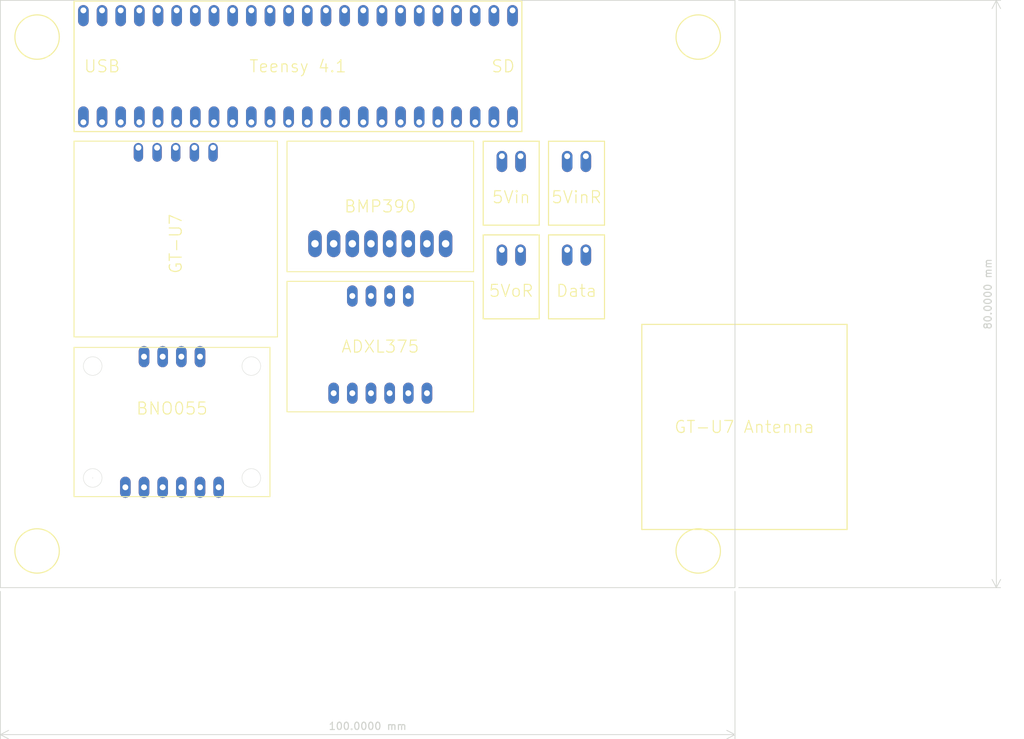
<source format=kicad_pcb>
(kicad_pcb (version 20221018) (generator pcbnew)
  (layers (0 "F.Cu" signal) (31 "B.Cu" signal) (34 "B.Paste" user) (35 "F.Paste" user) (36 "B.SilkS" user "B.Silkscreen") (37 "F.SilkS" user "F.Silkscreen") (38 "B.Mask" user) (39 "F.Mask" user) (44 "Edge.Cuts" user))
  (net 0 "")
  (footprint "Footprint.Shart:GT-U7_ANTENNA" (layer "F.Cu") (at 147.32 132.08)
    (fp_text reference "U$6" hide)
    (fp_text value "CUSTOM_GT-U7_ANTENNA" hide)
    (fp_text user "GT-U7 Antenna" (at 13.97 -13.97) (layer "F.SilkS") (effects (font (size 1.63576 1.63576) (thickness 0.14224))))
    (fp_line (start 0 -27.94) (end 27.94 -27.94) (stroke (width 0.1524)) (layer "F.SilkS"))
    (fp_line (start 0 0) (end 0 -27.94) (stroke (width 0.1524)) (layer "F.SilkS"))
    (fp_line (start 27.94 -27.94) (end 27.94 0) (stroke (width 0.1524)) (layer "F.SilkS"))
    (fp_line (start 27.94 0) (end 0 0) (stroke (width 0.1524)) (layer "F.SilkS"))
  )
  (footprint "Footprint.Shart:BMP390" (layer "F.Cu") (at 99.02 96.9591)
    (fp_text reference "U$2" hide)
    (fp_text value "BMP390" hide)
    (fp_text user "BMP390" (at 12.7 -8.89) (layer "F.SilkS") (effects (font (size 1.63576 1.63576) (thickness 0.14224))))
    (fp_line (start 0 -17.78) (end 0 0) (stroke (width 0.127)) (layer "F.SilkS"))
    (fp_line (start 0 0) (end 25.4 0) (stroke (width 0.127)) (layer "F.SilkS"))
    (fp_line (start 25.4 -17.78) (end 0 -17.78) (stroke (width 0.127)) (layer "F.SilkS"))
    (fp_line (start 25.4 0) (end 25.4 -17.78) (stroke (width 0.127)) (layer "F.SilkS"))
    (pad "" np_thru_hole circle (at 2.54 -15.24) (size 2.54 2.54) (drill 2.54) (layers "F&B.Cu" "*.Mask"))
    (pad "" np_thru_hole circle (at 22.86 -15.24) (size 2.54 2.54) (drill 2.54) (layers "F&B.Cu" "*.Mask"))
    (pad "3V0" thru_hole oval (at 6.35 -3.81 90) (size 3.6576 1.8288) (drill 1.016) (layers "*.Cu" "*.Mask"))
    (pad "CS" thru_hole oval (at 19.05 -3.81 90) (size 3.6576 1.8288) (drill 1.016) (layers "*.Cu" "*.Mask"))
    (pad "GND" thru_hole oval (at 8.89 -3.81 90) (size 3.6576 1.8288) (drill 1.016) (layers "*.Cu" "*.Mask"))
    (pad "INT" thru_hole oval (at 21.59 -3.81 90) (size 3.6576 1.8288) (drill 1.016) (layers "*.Cu" "*.Mask"))
    (pad "SCL" thru_hole oval (at 11.43 -3.81 90) (size 3.6576 1.8288) (drill 1.016) (layers "*.Cu" "*.Mask"))
    (pad "SDA" thru_hole oval (at 16.51 -3.81 90) (size 3.6576 1.8288) (drill 1.016) (layers "*.Cu" "*.Mask"))
    (pad "SDC" thru_hole oval (at 13.97 -3.81 90) (size 3.6576 1.8288) (drill 1.016) (layers "*.Cu" "*.Mask"))
    (pad "VIN" thru_hole oval (at 3.81 -3.81 90) (size 3.6576 1.8288) (drill 1.016) (layers "*.Cu" "*.Mask"))
  )
  (footprint "Footprint.Shart:CUSTOM_RADIO_INTERFACE" (layer "F.Cu") (at 125.73 103.378)
    (fp_text reference "U$5" hide)
    (fp_text value "CUSTOM_RADIO_INTERFACE" hide)
    (fp_text user "Data" (at 12.7 -3.81) (layer "F.SilkS") (effects (font (size 1.63576 1.63576) (thickness 0.14224))))
    (fp_text user "5VoR" (at 3.81 -3.81) (layer "F.SilkS") (effects (font (size 1.63576 1.63576) (thickness 0.14224))))
    (fp_line (start 0 -11.43) (end 0 0) (stroke (width 0.1524)) (layer "F.SilkS"))
    (fp_line (start 0 0) (end 7.62 0) (stroke (width 0.1524)) (layer "F.SilkS"))
    (fp_line (start 7.62 -11.43) (end 0 -11.43) (stroke (width 0.1524)) (layer "F.SilkS"))
    (fp_line (start 7.62 0) (end 7.62 -11.43) (stroke (width 0.1524)) (layer "F.SilkS"))
    (fp_line (start 8.89 -11.43) (end 8.89 0) (stroke (width 0.1524)) (layer "F.SilkS"))
    (fp_line (start 8.89 0) (end 16.51 0) (stroke (width 0.1524)) (layer "F.SilkS"))
    (fp_line (start 16.51 -11.43) (end 8.89 -11.43) (stroke (width 0.1524)) (layer "F.SilkS"))
    (fp_line (start 16.51 0) (end 16.51 -11.43) (stroke (width 0.1524)) (layer "F.SilkS"))
    (pad "5V" thru_hole oval (at 5.08 -9.398 270) (size 2.88 1.44) (drill 0.8 (offset 0.72 0)) (layers "*.Cu" "*.Mask"))
    (pad "GND" thru_hole oval (at 2.54 -9.398 270) (size 2.88 1.44) (drill 0.8 (offset 0.72 0)) (layers "*.Cu" "*.Mask"))
    (pad "RX" thru_hole oval (at 13.97 -9.398 270) (size 2.88 1.44) (drill 0.8 (offset 0.72 0)) (layers "*.Cu" "*.Mask"))
    (pad "TX" thru_hole oval (at 11.43 -9.398 270) (size 2.88 1.44) (drill 0.8 (offset 0.72 0)) (layers "*.Cu" "*.Mask"))
  )
  (footprint "Footprint.Shart:CUSTOM_TEENSY4.1" (layer "F.Cu") (at 70.03 77.8718)
    (fp_text reference "U$1" hide)
    (fp_text value "CUSTOM_TEENSY4.1" hide)
    (fp_text user "USB" (at 3.81 -8.89) (layer "F.SilkS") (effects (font (size 1.63576 1.63576) (thickness 0.14224))))
    (fp_text user "Teensy 4.1" (at 30.48 -8.89) (layer "F.SilkS") (effects (font (size 1.63576 1.63576) (thickness 0.14224))))
    (fp_text user "SD" (at 58.42 -8.89) (layer "F.SilkS") (effects (font (size 1.63576 1.63576) (thickness 0.14224))))
    (fp_line (start 0 -17.78) (end 0 0) (stroke (width 0.1524)) (layer "F.SilkS"))
    (fp_line (start 0 0) (end 60.96 0) (stroke (width 0.1524)) (layer "F.SilkS"))
    (fp_line (start 60.96 -17.78) (end 0 -17.78) (stroke (width 0.1524)) (layer "F.SilkS"))
    (fp_line (start 60.96 0) (end 60.96 -17.78) (stroke (width 0.1524)) (layer "F.SilkS"))
    (pad "0" thru_hole oval (at 3.81 -1.27 90) (size 2.88 1.44) (drill 0.8 (offset 0.72 0)) (layers "*.Cu" "*.Mask"))
    (pad "1" thru_hole oval (at 6.35 -1.27 90) (size 2.88 1.44) (drill 0.8 (offset 0.72 0)) (layers "*.Cu" "*.Mask"))
    (pad "2" thru_hole oval (at 8.89 -1.27 90) (size 2.88 1.44) (drill 0.8 (offset 0.72 0)) (layers "*.Cu" "*.Mask"))
    (pad "3" thru_hole oval (at 11.43 -1.27 90) (size 2.88 1.44) (drill 0.8 (offset 0.72 0)) (layers "*.Cu" "*.Mask"))
    (pad "3VA" thru_hole oval (at 36.83 -1.27 90) (size 2.88 1.44) (drill 0.8 (offset 0.72 0)) (layers "*.Cu" "*.Mask"))
    (pad "3VB" thru_hole oval (at 6.35 -16.51 270) (size 2.88 1.44) (drill 0.8 (offset 0.72 0)) (layers "*.Cu" "*.Mask"))
    (pad "4" thru_hole oval (at 13.97 -1.27 90) (size 2.88 1.44) (drill 0.8 (offset 0.72 0)) (layers "*.Cu" "*.Mask"))
    (pad "5" thru_hole oval (at 16.51 -1.27 90) (size 2.88 1.44) (drill 0.8 (offset 0.72 0)) (layers "*.Cu" "*.Mask"))
    (pad "5VA" thru_hole oval (at 1.27 -16.51 270) (size 2.88 1.44) (drill 0.8 (offset 0.72 0)) (layers "*.Cu" "*.Mask"))
    (pad "6" thru_hole oval (at 19.05 -1.27 90) (size 2.88 1.44) (drill 0.8 (offset 0.72 0)) (layers "*.Cu" "*.Mask"))
    (pad "7" thru_hole oval (at 21.59 -1.27 90) (size 2.88 1.44) (drill 0.8 (offset 0.72 0)) (layers "*.Cu" "*.Mask"))
    (pad "8" thru_hole oval (at 24.13 -1.27 90) (size 2.88 1.44) (drill 0.8 (offset 0.72 0)) (layers "*.Cu" "*.Mask"))
    (pad "9" thru_hole oval (at 26.67 -1.27 90) (size 2.88 1.44) (drill 0.8 (offset 0.72 0)) (layers "*.Cu" "*.Mask"))
    (pad "10" thru_hole oval (at 29.21 -1.27 90) (size 2.88 1.44) (drill 0.8 (offset 0.72 0)) (layers "*.Cu" "*.Mask"))
    (pad "11" thru_hole oval (at 31.75 -1.27 90) (size 2.88 1.44) (drill 0.8 (offset 0.72 0)) (layers "*.Cu" "*.Mask"))
    (pad "12" thru_hole oval (at 34.29 -1.27 90) (size 2.88 1.44) (drill 0.8 (offset 0.72 0)) (layers "*.Cu" "*.Mask"))
    (pad "13" thru_hole oval (at 34.29 -16.51 270) (size 2.88 1.44) (drill 0.8 (offset 0.72 0)) (layers "*.Cu" "*.Mask"))
    (pad "14" thru_hole oval (at 31.75 -16.51 270) (size 2.88 1.44) (drill 0.8 (offset 0.72 0)) (layers "*.Cu" "*.Mask"))
    (pad "15" thru_hole oval (at 29.21 -16.51 270) (size 2.88 1.44) (drill 0.8 (offset 0.72 0)) (layers "*.Cu" "*.Mask"))
    (pad "16" thru_hole oval (at 26.67 -16.51 270) (size 2.88 1.44) (drill 0.8 (offset 0.72 0)) (layers "*.Cu" "*.Mask"))
    (pad "17" thru_hole oval (at 24.13 -16.51 270) (size 2.88 1.44) (drill 0.8 (offset 0.72 0)) (layers "*.Cu" "*.Mask"))
    (pad "18" thru_hole oval (at 21.59 -16.51 270) (size 2.88 1.44) (drill 0.8 (offset 0.72 0)) (layers "*.Cu" "*.Mask"))
    (pad "19" thru_hole oval (at 19.05 -16.51 270) (size 2.88 1.44) (drill 0.8 (offset 0.72 0)) (layers "*.Cu" "*.Mask"))
    (pad "20" thru_hole oval (at 16.51 -16.51 270) (size 2.88 1.44) (drill 0.8 (offset 0.72 0)) (layers "*.Cu" "*.Mask"))
    (pad "21" thru_hole oval (at 13.97 -16.51 270) (size 2.88 1.44) (drill 0.8 (offset 0.72 0)) (layers "*.Cu" "*.Mask"))
    (pad "22" thru_hole oval (at 11.43 -16.51 270) (size 2.88 1.44) (drill 0.8 (offset 0.72 0)) (layers "*.Cu" "*.Mask"))
    (pad "23" thru_hole oval (at 8.89 -16.51 270) (size 2.88 1.44) (drill 0.8 (offset 0.72 0)) (layers "*.Cu" "*.Mask"))
    (pad "24" thru_hole oval (at 39.37 -1.27 90) (size 2.88 1.44) (drill 0.8 (offset 0.72 0)) (layers "*.Cu" "*.Mask"))
    (pad "25" thru_hole oval (at 41.91 -1.27 90) (size 2.88 1.44) (drill 0.8 (offset 0.72 0)) (layers "*.Cu" "*.Mask"))
    (pad "26" thru_hole oval (at 44.45 -1.27 90) (size 2.88 1.44) (drill 0.8 (offset 0.72 0)) (layers "*.Cu" "*.Mask"))
    (pad "27" thru_hole oval (at 46.99 -1.27 90) (size 2.88 1.44) (drill 0.8 (offset 0.72 0)) (layers "*.Cu" "*.Mask"))
    (pad "28" thru_hole oval (at 49.53 -1.27 90) (size 2.88 1.44) (drill 0.8 (offset 0.72 0)) (layers "*.Cu" "*.Mask"))
    (pad "29" thru_hole oval (at 52.07 -1.27 90) (size 2.88 1.44) (drill 0.8 (offset 0.72 0)) (layers "*.Cu" "*.Mask"))
    (pad "30" thru_hole oval (at 54.61 -1.27 90) (size 2.88 1.44) (drill 0.8 (offset 0.72 0)) (layers "*.Cu" "*.Mask"))
    (pad "31" thru_hole oval (at 57.15 -1.27 90) (size 2.88 1.44) (drill 0.8 (offset 0.72 0)) (layers "*.Cu" "*.Mask"))
    (pad "32" thru_hole oval (at 59.69 -1.27 90) (size 2.88 1.44) (drill 0.8 (offset 0.72 0)) (layers "*.Cu" "*.Mask"))
    (pad "33" thru_hole oval (at 59.69 -16.51 270) (size 2.88 1.44) (drill 0.8 (offset 0.72 0)) (layers "*.Cu" "*.Mask"))
    (pad "34" thru_hole oval (at 57.15 -16.51 270) (size 2.88 1.44) (drill 0.8 (offset 0.72 0)) (layers "*.Cu" "*.Mask"))
    (pad "35" thru_hole oval (at 54.61 -16.51 270) (size 2.88 1.44) (drill 0.8 (offset 0.72 0)) (layers "*.Cu" "*.Mask"))
    (pad "36" thru_hole oval (at 52.07 -16.51 270) (size 2.88 1.44) (drill 0.8 (offset 0.72 0)) (layers "*.Cu" "*.Mask"))
    (pad "37" thru_hole oval (at 49.53 -16.51 270) (size 2.88 1.44) (drill 0.8 (offset 0.72 0)) (layers "*.Cu" "*.Mask"))
    (pad "38" thru_hole oval (at 46.99 -16.51 270) (size 2.88 1.44) (drill 0.8 (offset 0.72 0)) (layers "*.Cu" "*.Mask"))
    (pad "39" thru_hole oval (at 44.45 -16.51 270) (size 2.88 1.44) (drill 0.8 (offset 0.72 0)) (layers "*.Cu" "*.Mask"))
    (pad "40" thru_hole oval (at 41.91 -16.51 270) (size 2.88 1.44) (drill 0.8 (offset 0.72 0)) (layers "*.Cu" "*.Mask"))
    (pad "41" thru_hole oval (at 39.37 -16.51 270) (size 2.88 1.44) (drill 0.8 (offset 0.72 0)) (layers "*.Cu" "*.Mask"))
    (pad "GNDA" thru_hole oval (at 1.27 -1.27 90) (size 2.88 1.44) (drill 0.8 (offset 0.72 0)) (layers "*.Cu" "*.Mask"))
    (pad "GNDB" thru_hole oval (at 3.81 -16.51 270) (size 2.88 1.44) (drill 0.8 (offset 0.72 0)) (layers "*.Cu" "*.Mask"))
    (pad "GNDC" thru_hole oval (at 36.83 -16.51 270) (size 2.88 1.44) (drill 0.8 (offset 0.72 0)) (layers "*.Cu" "*.Mask"))
  )
  (footprint "" (layer "F.Cu") (at 155 65)
    (fp_text reference "@HOLE1" hide)
    (fp_text value "" (at 0 0) (layer "F.SilkS") (effects (font (size 1.27 1.27))))
    (pad "" np_thru_hole circle (at 0 0) (size 3.81 3.81) (drill 3.81) (layers "F&B.Cu" "*.Mask"))
  )
  (footprint "Footprint.Shart:GT-U7" (layer "F.Cu") (at 70.03 105.8491)
    (fp_text reference "U$6" hide)
    (fp_text value "GT-U7" hide)
    (fp_text user "GT-U7" (at 13.843 -12.7 -90) (layer "F.SilkS") (effects (font (size 1.63576 1.63576) (thickness 0.14224))))
    (fp_line (start 0 -26.67) (end 27.686 -26.67) (stroke (width 0.127)) (layer "F.SilkS"))
    (fp_line (start 0 0) (end 0 -26.67) (stroke (width 0.127)) (layer "F.SilkS"))
    (fp_line (start 27.686 -26.67) (end 27.686 0) (stroke (width 0.127)) (layer "F.SilkS"))
    (fp_line (start 27.686 0) (end 0 0) (stroke (width 0.127)) (layer "F.SilkS"))
    (pad "" np_thru_hole circle (at 3.81 -3.81) (size 3.81 3.81) (drill 3.81) (layers "*.Cu" "*.Mask"))
    (pad "GND" thru_hole oval (at 11.303 -25.781 270) (size 2.54 1.27) (drill 0.8 (offset 0.635 0)) (layers "*.Cu" "*.Mask"))
    (pad "RX" thru_hole oval (at 13.843 -25.781 270) (size 2.54 1.27) (drill 0.8 (offset 0.635 0)) (layers "*.Cu" "*.Mask"))
    (pad "TX" thru_hole oval (at 16.383 -25.781 270) (size 2.54 1.27) (drill 0.8 (offset 0.635 0)) (layers "*.Cu" "*.Mask"))
    (pad "U" thru_hole oval (at 18.923 -25.781 270) (size 2.54 1.27) (drill 0.8 (offset 0.635 0)) (layers "*.Cu" "*.Mask"))
    (pad "VCC" thru_hole oval (at 8.763 -25.781 270) (size 2.54 1.27) (drill 0.8 (offset 0.635 0)) (layers "*.Cu" "*.Mask"))
  )
  (footprint "" (layer "F.Cu") (at 155 135)
    (fp_text reference "@HOLE1" hide)
    (fp_text value "" (at 0 0) (layer "F.SilkS") (effects (font (size 1.27 1.27))))
    (pad "" np_thru_hole circle (at 0 0) (size 3.81 3.81) (drill 3.81) (layers "F&B.Cu" "*.Mask"))
  )
  (footprint "Footprint.Shart:BNO055" (layer "F.Cu") (at 70.03 127.5956)
    (fp_text reference "U$3" hide)
    (fp_text value "BNO055" hide)
    (fp_text user "BNO055" (at 13.335 -12) (layer "F.SilkS") (effects (font (size 1.63576 1.63576) (thickness 0.14224))))
    (fp_line (start 0 -20.32) (end 0 0) (stroke (width 0.127)) (layer "F.SilkS"))
    (fp_line (start 0 0) (end 26.67 0) (stroke (width 0.127)) (layer "F.SilkS"))
    (fp_line (start 26.67 -20.32) (end 0 -20.32) (stroke (width 0.127)) (layer "F.SilkS"))
    (fp_line (start 26.67 0) (end 26.67 -20.32) (stroke (width 0.127)) (layer "F.SilkS"))
    (fp_circle (center 2.54 -17.78) (end 3.81 -17.78) (stroke (width 0.05)) (fill none) (layer "Edge.Cuts"))
    (fp_circle (center 2.54 -2.54) (end 2.540001 -2.54) (stroke (width 0.05)) (fill none) (layer "Edge.Cuts"))
    (fp_circle (center 2.54 -2.54) (end 3.81 -2.54) (stroke (width 0.05)) (fill none) (layer "Edge.Cuts"))
    (fp_circle (center 24.13 -17.78) (end 25.4 -17.78) (stroke (width 0.05)) (fill none) (layer "Edge.Cuts"))
    (fp_circle (center 24.13 -2.54) (end 25.4 -2.54) (stroke (width 0.05)) (fill none) (layer "Edge.Cuts"))
    (pad "3VO" thru_hole oval (at 9.525 -1.27 270) (size 2.88 1.44) (drill 0.8) (layers "*.Cu" "*.Mask"))
    (pad "ADR" thru_hole oval (at 17.145 -19.06 90) (size 2.88 1.44) (drill 0.8) (layers "*.Cu" "*.Mask"))
    (pad "GND" thru_hole oval (at 12.065 -1.27 90) (size 2.88 1.44) (drill 0.8) (layers "*.Cu" "*.Mask"))
    (pad "INT" thru_hole oval (at 14.605 -19.06 90) (size 2.88 1.44) (drill 0.8) (layers "*.Cu" "*.Mask"))
    (pad "PS0" thru_hole oval (at 9.525 -19.06 90) (size 2.88 1.44) (drill 0.8) (layers "*.Cu" "*.Mask"))
    (pad "PS1" thru_hole oval (at 12.065 -19.06 90) (size 2.88 1.44) (drill 0.8) (layers "*.Cu" "*.Mask"))
    (pad "RST" thru_hole oval (at 19.685 -1.27 90) (size 2.88 1.44) (drill 0.8) (layers "*.Cu" "*.Mask"))
    (pad "SCL" thru_hole oval (at 17.145 -1.27 90) (size 2.88 1.44) (drill 0.8) (layers "*.Cu" "*.Mask"))
    (pad "SDA" thru_hole oval (at 14.605 -1.27 90) (size 2.88 1.44) (drill 0.8) (layers "*.Cu" "*.Mask"))
    (pad "VIN" thru_hole oval (at 6.985 -1.27 90) (size 2.88 1.44) (drill 0.8) (layers "*.Cu" "*.Mask"))
  )
  (footprint "" (layer "F.Cu") (at 65 135)
    (fp_text reference "@HOLE1" hide)
    (fp_text value "" (at 0 0) (layer "F.SilkS") (effects (font (size 1.27 1.27))))
    (pad "" np_thru_hole circle (at 0 0) (size 3.81 3.81) (drill 3.81) (layers "F&B.Cu" "*.Mask"))
  )
  (footprint "" (layer "F.Cu") (at 65 65)
    (fp_text reference "@HOLE1" hide)
    (fp_text value "" (at 0 0) (layer "F.SilkS") (effects (font (size 1.27 1.27))))
    (pad "" np_thru_hole circle (at 0 0) (size 3.81 3.81) (drill 3.81) (layers "F&B.Cu" "*.Mask"))
  )
  (footprint "Footprint.Shart:CUSTOM_POWER_INPUT" (layer "F.Cu") (at 125.73 90.6218)
    (fp_text reference "U$4" hide)
    (fp_text value "CUSTOM_POWER_INPUT" hide)
    (fp_text user "5Vin" (at 3.81 -3.81) (layer "F.SilkS") (effects (font (size 1.63576 1.63576) (thickness 0.14224))))
    (fp_text user "5VinR" (at 12.7 -3.81) (layer "F.SilkS") (effects (font (size 1.63576 1.63576) (thickness 0.14224))))
    (fp_line (start 0 -11.43) (end 0 0) (stroke (width 0.1524)) (layer "F.SilkS"))
    (fp_line (start 0 0) (end 7.62 0) (stroke (width 0.1524)) (layer "F.SilkS"))
    (fp_line (start 7.62 -11.43) (end 0 -11.43) (stroke (width 0.1524)) (layer "F.SilkS"))
    (fp_line (start 7.62 0) (end 7.62 -11.43) (stroke (width 0.1524)) (layer "F.SilkS"))
    (fp_line (start 8.89 -11.43) (end 8.89 0) (stroke (width 0.1524)) (layer "F.SilkS"))
    (fp_line (start 8.89 0) (end 16.51 0) (stroke (width 0.1524)) (layer "F.SilkS"))
    (fp_line (start 16.51 -11.43) (end 8.89 -11.43) (stroke (width 0.1524)) (layer "F.SilkS"))
    (fp_line (start 16.51 0) (end 16.51 -11.43) (stroke (width 0.1524)) (layer "F.SilkS"))
    (pad "5V" thru_hole oval (at 5.08 -9.398 270) (size 2.88 1.44) (drill 0.8 (offset 0.72 0)) (layers "*.Cu" "*.Mask"))
    (pad "GND" thru_hole oval (at 2.54 -9.398 270) (size 2.88 1.44) (drill 0.8 (offset 0.72 0)) (layers "*.Cu" "*.Mask"))
    (pad "RFD_5V" thru_hole oval (at 13.97 -9.398 270) (size 2.88 1.44) (drill 0.8 (offset 0.72 0)) (layers "*.Cu" "*.Mask"))
    (pad "RFD_GND" thru_hole oval (at 11.43 -9.398 270) (size 2.88 1.44) (drill 0.8 (offset 0.72 0)) (layers "*.Cu" "*.Mask"))
  )
  (footprint "Footprint.Shart:ADXL375" (layer "F.Cu") (at 99.02 116.0526)
    (fp_text reference "U$7" hide)
    (fp_text value "ADXL375" hide)
    (fp_text user "ADXL375" (at 12.7 -8.89) (layer "F.SilkS") (effects (font (size 1.63576 1.63576) (thickness 0.14224))))
    (fp_line (start 0 0) (end 0 -17.78) (stroke (width 0.127)) (layer "F.SilkS"))
    (fp_line (start 0 0) (end 25.4 0) (stroke (width 0.127)) (layer "F.SilkS"))
    (fp_line (start 25.4 -17.78) (end 0 -17.78) (stroke (width 0.127)) (layer "F.SilkS"))
    (fp_line (start 25.4 0) (end 25.4 -17.78) (stroke (width 0.127)) (layer "F.SilkS"))
    (pad "" np_thru_hole circle (at 2.54 -15.24) (size 2.54 2.54) (drill 2.54) (layers "F&B.Cu" "*.Mask"))
    (pad "" np_thru_hole circle (at 2.54 -2.54) (size 2.54 2.54) (drill 2.54) (layers "F&B.Cu" "*.Mask"))
    (pad "" np_thru_hole circle (at 22.86 -15.24) (size 2.54 2.54) (drill 2.54) (layers "F&B.Cu" "*.Mask"))
    (pad "" np_thru_hole circle (at 22.86 -2.54) (size 2.54 2.54) (drill 2.54) (layers "F&B.Cu" "*.Mask"))
    (pad "3V" thru_hole oval (at 8.89 -2.54 90) (size 2.88 1.44) (drill 0.8) (layers "*.Cu" "*.Mask"))
    (pad "CS" thru_hole oval (at 16.51 -15.78 90) (size 2.88 1.44) (drill 0.8) (layers "*.Cu" "*.Mask"))
    (pad "GND" thru_hole oval (at 8.89 -15.78 90) (size 2.88 1.44) (drill 0.8) (layers "*.Cu" "*.Mask"))
    (pad "GND" thru_hole oval (at 11.43 -2.54 90) (size 2.88 1.44) (drill 0.8) (layers "*.Cu" "*.Mask"))
    (pad "INT1" thru_hole oval (at 19.05 -2.54 90) (size 2.88 1.44) (drill 0.8) (layers "*.Cu" "*.Mask"))
    (pad "INT2" thru_hole oval (at 11.43 -15.78 90) (size 2.88 1.44) (drill 0.8) (layers "*.Cu" "*.Mask"))
    (pad "SCL" thru_hole oval (at 13.97 -2.54 90) (size 2.88 1.44) (drill 0.8) (layers "*.Cu" "*.Mask"))
    (pad "SDIO" thru_hole oval (at 16.51 -2.54 90) (size 2.88 1.44) (drill 0.8) (layers "*.Cu" "*.Mask"))
    (pad "SDO" thru_hole oval (at 13.97 -15.78 90) (size 2.88 1.44) (drill 0.8) (layers "*.Cu" "*.Mask"))
    (pad "VIN" thru_hole oval (at 6.35 -2.54 90) (size 2.88 1.44) (drill 0.8) (layers "*.Cu" "*.Mask"))
  )
  (gr_circle (center 155 65) (end 158.023559 65) (stroke (width 0.1524)) (fill none) (layer "F.SilkS"))
  (gr_circle (center 155 135) (end 158.023559 135) (stroke (width 0.1524)) (fill none) (layer "F.SilkS"))
  (gr_circle (center 65 135) (end 68.023559 135) (stroke (width 0.1524)) (fill none) (layer "F.SilkS"))
  (gr_circle (center 65 65) (end 68.023559 65) (stroke (width 0.1524)) (fill none) (layer "F.SilkS"))
  (gr_rect (start 60 60) (end 160 140) (stroke (width 0.1)) (fill none) (layer "Edge.Cuts"))
  (dimension (type aligned) (layer "Edge.Cuts") (pts (xy 160 60) (xy 160 140)) (height -35.58) (gr_text "80.0000 mm" (at 194.43 100 90) (layer "Edge.Cuts") (effects (font (size 1 1) (thickness 0.15)))) (format (prefix "") (suffix "") (units 3) (units_format 1) (precision 4)) (style (thickness 0.1) (arrow_length 1.27) (text_position_mode 0) (extension_height 0.58642) (extension_offset 0.5) keep_text_aligned))
  (dimension (type aligned) (layer "Edge.Cuts") (pts (xy 160 140) (xy 60 140)) (height -20.02) (gr_text "100.0000 mm" (at 110 158.87) (layer "Edge.Cuts") (effects (font (size 1 1) (thickness 0.15)))) (format (prefix "") (suffix "") (units 3) (units_format 1) (precision 4)) (style (thickness 0.1) (arrow_length 1.27) (text_position_mode 0) (extension_height 0.58642) (extension_offset 0.5) keep_text_aligned))
)
</source>
